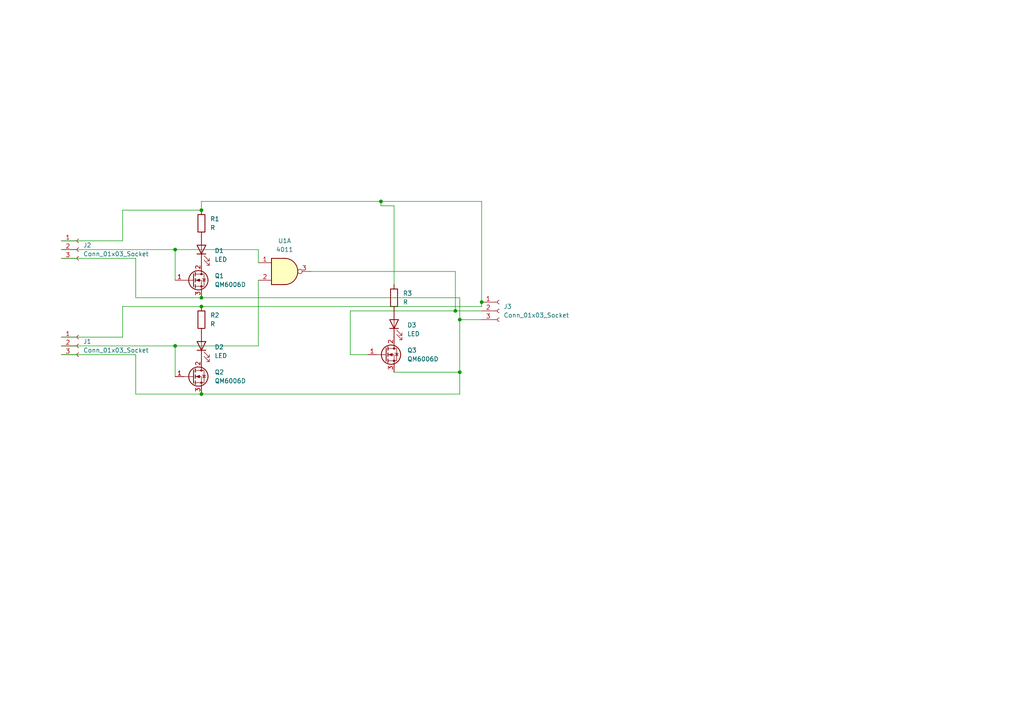
<source format=kicad_sch>
(kicad_sch (version 20250114) (generator "eeschema") (generator_version "9.0")
  (paper "A4")
  (lib_symbols
    (symbol "4xxx:4011" (pin_names (offset 1.016))
      (property "Reference" "U" (at 0 1.27 0))
      (property "Value" "4011" (at 0 -1.27 0))
      (symbol "4011_1_1"
        (arc (start 0 3.81) (mid 3.7934 0) (end 0 -3.81) (stroke (width 0.254)) (fill (type background)))
        (polyline (pts (xy 0 3.81) (xy -3.81 3.81) (xy -3.81 -3.81) (xy 0 -3.81)) (stroke (width 0.254)) (fill (type background)))
        (pin input line (at -7.62 2.54 0) (length 3.81) (name "~") (number "1"))
        (pin input line (at -7.62 -2.54 0) (length 3.81) (name "~") (number "2"))
        (pin output inverted (at 7.62 0 180) (length 3.81) (name "~") (number "3"))
      )
      (symbol "4011_1_2"
        (arc (start -3.81 3.81) (mid -2.589 0) (end -3.81 -3.81) (stroke (width 0.254)))
        (polyline (pts (xy -3.81 3.81) (xy -0.635 3.81)) (stroke (width 0.254)) (fill (type background)))
        (polyline (pts (xy -3.81 -3.81) (xy -0.635 -3.81)) (stroke (width 0.254)) (fill (type background)))
        (arc (start 3.81 0) (mid 2.1855 -2.584) (end -0.6096 -3.81) (stroke (width 0.254)) (fill (type background)))
        (arc (start -0.6096 3.81) (mid 2.1928 2.5924) (end 3.81 0) (stroke (width 0.254)) (fill (type background)))
        (polyline (pts (xy -0.635 3.81) (xy -3.81 3.81) (xy -3.81 3.81) (xy -3.556 3.4036) (xy -3.0226 2.2606) (xy -2.6924 1.0414) (xy -2.6162 -0.254) (xy -2.7686 -1.4986) (xy -3.175 -2.7178) (xy -3.81 -3.81) (xy -3.81 -3.81) (xy -0.635 -3.81)) (stroke (width -25.4)) (fill (type background)))
        (pin input inverted (at -7.62 2.54 0) (length 4.318) (name "~") (number "1"))
        (pin input inverted (at -7.62 -2.54 0) (length 4.318) (name "~") (number "2"))
        (pin output line (at 7.62 0 180) (length 3.81) (name "~") (number "3"))
      )
      (symbol "4011_2_1"
        (arc (start 0 3.81) (mid 3.7934 0) (end 0 -3.81) (stroke (width 0.254)) (fill (type background)))
        (polyline (pts (xy 0 3.81) (xy -3.81 3.81) (xy -3.81 -3.81) (xy 0 -3.81)) (stroke (width 0.254)) (fill (type background)))
        (pin input line (at -7.62 2.54 0) (length 3.81) (name "~") (number "5"))
        (pin input line (at -7.62 -2.54 0) (length 3.81) (name "~") (number "6"))
        (pin output inverted (at 7.62 0 180) (length 3.81) (name "~") (number "4"))
      )
      (symbol "4011_2_2"
        (arc (start -3.81 3.81) (mid -2.589 0) (end -3.81 -3.81) (stroke (width 0.254)))
        (polyline (pts (xy -3.81 3.81) (xy -0.635 3.81)) (stroke (width 0.254)) (fill (type background)))
        (polyline (pts (xy -3.81 -3.81) (xy -0.635 -3.81)) (stroke (width 0.254)) (fill (type background)))
        (arc (start 3.81 0) (mid 2.1855 -2.584) (end -0.6096 -3.81) (stroke (width 0.254)) (fill (type background)))
        (arc (start -0.6096 3.81) (mid 2.1928 2.5924) (end 3.81 0) (stroke (width 0.254)) (fill (type background)))
        (polyline (pts (xy -0.635 3.81) (xy -3.81 3.81) (xy -3.81 3.81) (xy -3.556 3.4036) (xy -3.0226 2.2606) (xy -2.6924 1.0414) (xy -2.6162 -0.254) (xy -2.7686 -1.4986) (xy -3.175 -2.7178) (xy -3.81 -3.81) (xy -3.81 -3.81) (xy -0.635 -3.81)) (stroke (width -25.4)) (fill (type background)))
        (pin input inverted (at -7.62 2.54 0) (length 4.318) (name "~") (number "5"))
        (pin input inverted (at -7.62 -2.54 0) (length 4.318) (name "~") (number "6"))
        (pin output line (at 7.62 0 180) (length 3.81) (name "~") (number "4"))
      )
      (symbol "4011_3_1"
        (arc (start 0 3.81) (mid 3.7934 0) (end 0 -3.81) (stroke (width 0.254)) (fill (type background)))
        (polyline (pts (xy 0 3.81) (xy -3.81 3.81) (xy -3.81 -3.81) (xy 0 -3.81)) (stroke (width 0.254)) (fill (type background)))
        (pin input line (at -7.62 2.54 0) (length 3.81) (name "~") (number "8"))
        (pin input line (at -7.62 -2.54 0) (length 3.81) (name "~") (number "9"))
        (pin output inverted (at 7.62 0 180) (length 3.81) (name "~") (number "10"))
      )
      (symbol "4011_3_2"
        (arc (start -3.81 3.81) (mid -2.589 0) (end -3.81 -3.81) (stroke (width 0.254)))
        (polyline (pts (xy -3.81 3.81) (xy -0.635 3.81)) (stroke (width 0.254)) (fill (type background)))
        (polyline (pts (xy -3.81 -3.81) (xy -0.635 -3.81)) (stroke (width 0.254)) (fill (type background)))
        (arc (start 3.81 0) (mid 2.1855 -2.584) (end -0.6096 -3.81) (stroke (width 0.254)) (fill (type background)))
        (arc (start -0.6096 3.81) (mid 2.1928 2.5924) (end 3.81 0) (stroke (width 0.254)) (fill (type background)))
        (polyline (pts (xy -0.635 3.81) (xy -3.81 3.81) (xy -3.81 3.81) (xy -3.556 3.4036) (xy -3.0226 2.2606) (xy -2.6924 1.0414) (xy -2.6162 -0.254) (xy -2.7686 -1.4986) (xy -3.175 -2.7178) (xy -3.81 -3.81) (xy -3.81 -3.81) (xy -0.635 -3.81)) (stroke (width -25.4)) (fill (type background)))
        (pin input inverted (at -7.62 2.54 0) (length 4.318) (name "~") (number "8"))
        (pin input inverted (at -7.62 -2.54 0) (length 4.318) (name "~") (number "9"))
        (pin output line (at 7.62 0 180) (length 3.81) (name "~") (number "10"))
      )
      (symbol "4011_4_1"
        (arc (start 0 3.81) (mid 3.7934 0) (end 0 -3.81) (stroke (width 0.254)) (fill (type background)))
        (polyline (pts (xy 0 3.81) (xy -3.81 3.81) (xy -3.81 -3.81) (xy 0 -3.81)) (stroke (width 0.254)) (fill (type background)))
        (pin input line (at -7.62 2.54 0) (length 3.81) (name "~") (number "12"))
        (pin input line (at -7.62 -2.54 0) (length 3.81) (name "~") (number "13"))
        (pin output inverted (at 7.62 0 180) (length 3.81) (name "~") (number "11"))
      )
      (symbol "4011_4_2"
        (arc (start -3.81 3.81) (mid -2.589 0) (end -3.81 -3.81) (stroke (width 0.254)))
        (polyline (pts (xy -3.81 3.81) (xy -0.635 3.81)) (stroke (width 0.254)) (fill (type background)))
        (polyline (pts (xy -3.81 -3.81) (xy -0.635 -3.81)) (stroke (width 0.254)) (fill (type background)))
        (arc (start 3.81 0) (mid 2.1855 -2.584) (end -0.6096 -3.81) (stroke (width 0.254)) (fill (type background)))
        (arc (start -0.6096 3.81) (mid 2.1928 2.5924) (end 3.81 0) (stroke (width 0.254)) (fill (type background)))
        (polyline (pts (xy -0.635 3.81) (xy -3.81 3.81) (xy -3.81 3.81) (xy -3.556 3.4036) (xy -3.0226 2.2606) (xy -2.6924 1.0414) (xy -2.6162 -0.254) (xy -2.7686 -1.4986) (xy -3.175 -2.7178) (xy -3.81 -3.81) (xy -3.81 -3.81) (xy -0.635 -3.81)) (stroke (width -25.4)) (fill (type background)))
        (pin input inverted (at -7.62 2.54 0) (length 4.318) (name "~") (number "12"))
        (pin input inverted (at -7.62 -2.54 0) (length 4.318) (name "~") (number "13"))
        (pin output line (at 7.62 0 180) (length 3.81) (name "~") (number "11"))
      )
      (symbol "4011_5_0"
        (pin power_in line (at 0 12.7 270) (length 5.08) (name "VDD") (number "14"))
        (pin power_in line (at 0 -12.7 90) (length 5.08) (name "VSS") (number "7"))
      )
      (symbol "4011_5_1"
        (rectangle (start -5.08 7.62) (end 5.08 -7.62) (stroke (width 0.254)) (fill (type background)))
      )
    )
    (symbol "Connector:Conn_01x03_Socket" (pin_names (offset 1.016) (hide yes))
      (property "Reference" "J" (at 0 5.08 0))
      (property "Value" "Conn_01x03_Socket" (at 0 -5.08 0))
      (symbol "Conn_01x03_Socket_1_1"
        (polyline (pts (xy -1.27 2.54) (xy -0.508 2.54)) (stroke (width 0.1524)))
        (polyline (pts (xy -1.27 0) (xy -0.508 0)) (stroke (width 0.1524)))
        (polyline (pts (xy -1.27 -2.54) (xy -0.508 -2.54)) (stroke (width 0.1524)))
        (arc (start 0 2.032) (mid -0.5058 2.54) (end 0 3.048) (stroke (width 0.1524)))
        (arc (start 0 -0.508) (mid -0.5058 0) (end 0 0.508) (stroke (width 0.1524)))
        (arc (start 0 -3.048) (mid -0.5058 -2.54) (end 0 -2.032) (stroke (width 0.1524)))
        (pin passive line (at -5.08 2.54 0) (length 3.81) (name "Pin_1") (number "1"))
        (pin passive line (at -5.08 0 0) (length 3.81) (name "Pin_2") (number "2"))
        (pin passive line (at -5.08 -2.54 0) (length 3.81) (name "Pin_3") (number "3"))
      )
    )
    (symbol "Device:LED" (pin_numbers (hide yes)) (pin_names (offset 1.016) (hide yes))
      (property "Reference" "D" (at 0 2.54 0))
      (property "Value" "LED" (at 0 -2.54 0))
      (symbol "LED_0_1"
        (polyline (pts (xy -3.048 -0.762) (xy -4.572 -2.286) (xy -3.81 -2.286) (xy -4.572 -2.286) (xy -4.572 -1.524)))
        (polyline (pts (xy -1.778 -0.762) (xy -3.302 -2.286) (xy -2.54 -2.286) (xy -3.302 -2.286) (xy -3.302 -1.524)))
        (polyline (pts (xy -1.27 0) (xy 1.27 0)))
        (polyline (pts (xy -1.27 -1.27) (xy -1.27 1.27)) (stroke (width 0.254)))
        (polyline (pts (xy 1.27 -1.27) (xy 1.27 1.27) (xy -1.27 0) (xy 1.27 -1.27)) (stroke (width 0.254)))
      )
      (symbol "LED_1_1"
        (pin passive line (at -3.81 0 0) (length 2.54) (name "K") (number "1"))
        (pin passive line (at 3.81 0 180) (length 2.54) (name "A") (number "2"))
      )
    )
    (symbol "Device:R" (pin_numbers (hide yes)) (pin_names (offset 0))
      (property "Reference" "R" (at 2.032 0 90))
      (property "Value" "R" (at 0 0 90))
      (symbol "R_0_1"
        (rectangle (start -1.016 -2.54) (end 1.016 2.54) (stroke (width 0.254)))
      )
      (symbol "R_1_1"
        (pin passive line (at 0 3.81 270) (length 1.27) (name "~") (number "1"))
        (pin passive line (at 0 -3.81 90) (length 1.27) (name "~") (number "2"))
      )
    )
    (symbol "Transistor_FET:QM6006D" (pin_names (hide yes))
      (property "Reference" "Q" (at 5.08 1.905 0))
      (property "Value" "QM6006D" (at 5.08 0 0))
      (symbol "QM6006D_0_1"
        (polyline (pts (xy 0.254 1.905) (xy 0.254 -1.905)) (stroke (width 0.254)))
        (polyline (pts (xy 0.254 0) (xy -2.54 0)))
        (polyline (pts (xy 0.762 2.286) (xy 0.762 1.27)) (stroke (width 0.254)))
        (polyline (pts (xy 0.762 0.508) (xy 0.762 -0.508)) (stroke (width 0.254)))
        (polyline (pts (xy 0.762 -1.27) (xy 0.762 -2.286)) (stroke (width 0.254)))
        (polyline (pts (xy 0.762 -1.778) (xy 3.302 -1.778) (xy 3.302 1.778) (xy 0.762 1.778)))
        (polyline (pts (xy 1.016 0) (xy 2.032 0.381) (xy 2.032 -0.381) (xy 1.016 0)) (fill (type outline)))
        (circle (center 1.651 0) (radius 2.794) (stroke (width 0.254)))
        (polyline (pts (xy 2.54 2.54) (xy 2.54 1.778)))
        (circle (center 2.54 1.778) (radius 0.254) (fill (type outline)))
        (circle (center 2.54 -1.778) (radius 0.254) (fill (type outline)))
        (polyline (pts (xy 2.54 -2.54) (xy 2.54 0) (xy 0.762 0)))
        (polyline (pts (xy 2.794 0.508) (xy 2.921 0.381) (xy 3.683 0.381) (xy 3.81 0.254)))
        (polyline (pts (xy 3.302 0.381) (xy 2.921 -0.254) (xy 3.683 -0.254) (xy 3.302 0.381)))
      )
      (symbol "QM6006D_1_1"
        (pin input line (at -5.08 0 0) (length 2.54) (name "G") (number "1"))
        (pin passive line (at 2.54 5.08 270) (length 2.54) (name "D") (number "2"))
        (pin passive line (at 2.54 -5.08 90) (length 2.54) (name "S") (number "3"))
      )
    )
  )
  (junction (at 58.42 114.3))
  (junction (at 110.49 58.42))
  (junction (at 133.35 92.71))
  (junction (at 132.08 90.17))
  (junction (at 58.42 60.96))
  (junction (at 58.42 86.36))
  (junction (at 139.7 87.63))
  (junction (at 133.35 107.95))
  (junction (at 50.8 100.33))
  (junction (at 50.8 72.39))
  (junction (at 58.42 88.9))
  (wire (pts (xy 114.3 82.55) (xy 114.3 59.69)))
  (wire (pts (xy 58.42 86.36) (xy 133.35 86.36)))
  (wire (pts (xy 101.6 90.17) (xy 132.08 90.17)))
  (wire (pts (xy 35.56 60.96) (xy 35.56 69.85)))
  (wire (pts (xy 39.37 74.93) (xy 39.37 86.36)))
  (wire (pts (xy 17.78 102.87) (xy 39.37 102.87)))
  (wire (pts (xy 39.37 102.87) (xy 39.37 114.3)))
  (wire (pts (xy 39.37 114.3) (xy 58.42 114.3)))
  (wire (pts (xy 17.78 97.79) (xy 35.56 97.79)))
  (wire (pts (xy 58.42 60.96) (xy 35.56 60.96)))
  (wire (pts (xy 17.78 100.33) (xy 50.8 100.33)))
  (wire (pts (xy 139.7 90.17) (xy 132.08 90.17)))
  (wire (pts (xy 58.42 88.9) (xy 35.56 88.9)))
  (wire (pts (xy 110.49 58.42) (xy 58.42 58.42)))
  (wire (pts (xy 90.17 78.74) (xy 132.08 78.74)))
  (wire (pts (xy 17.78 74.93) (xy 39.37 74.93)))
  (wire (pts (xy 74.93 81.28) (xy 74.93 100.33)))
  (wire (pts (xy 110.49 59.69) (xy 110.49 58.42)))
  (wire (pts (xy 133.35 107.95) (xy 133.35 114.3)))
  (wire (pts (xy 133.35 114.3) (xy 58.42 114.3)))
  (wire (pts (xy 114.3 107.95) (xy 133.35 107.95)))
  (wire (pts (xy 74.93 100.33) (xy 50.8 100.33)))
  (wire (pts (xy 133.35 92.71) (xy 133.35 107.95)))
  (wire (pts (xy 139.7 58.42) (xy 139.7 87.63)))
  (wire (pts (xy 114.3 59.69) (xy 110.49 59.69)))
  (wire (pts (xy 39.37 86.36) (xy 58.42 86.36)))
  (wire (pts (xy 50.8 100.33) (xy 50.8 109.22)))
  (wire (pts (xy 17.78 69.85) (xy 35.56 69.85)))
  (wire (pts (xy 50.8 72.39) (xy 50.8 81.28)))
  (wire (pts (xy 101.6 102.87) (xy 101.6 90.17)))
  (wire (pts (xy 17.78 72.39) (xy 50.8 72.39)))
  (wire (pts (xy 58.42 58.42) (xy 58.42 60.96)))
  (wire (pts (xy 101.6 102.87) (xy 106.68 102.87)))
  (wire (pts (xy 110.49 58.42) (xy 139.7 58.42)))
  (wire (pts (xy 74.93 76.2) (xy 74.93 72.39)))
  (wire (pts (xy 58.42 88.9) (xy 139.7 88.9)))
  (wire (pts (xy 139.7 88.9) (xy 139.7 87.63)))
  (wire (pts (xy 74.93 72.39) (xy 50.8 72.39)))
  (wire (pts (xy 132.08 90.17) (xy 132.08 78.74)))
  (wire (pts (xy 139.7 92.71) (xy 133.35 92.71)))
  (wire (pts (xy 133.35 86.36) (xy 133.35 92.71)))
  (wire (pts (xy 35.56 88.9) (xy 35.56 97.79)))
  (symbol (lib_id "4xxx:4011") (at 82.55 78.74 0) (unit 1)
    (property "Reference" "U1" (at 82.5417 69.85 0))
    (property "Value" "4011" (at 82.5417 72.39 0))
    (property "Datasheet" "http://www.intersil.com/content/dam/Intersil/documents/cd40/cd4011bms-12bms-23bms.pdf" (effects (hide yes)))
    (property "Description" "Quad Nand 2 inputs" (effects (hide yes)))
  )
  (symbol (lib_id "Connector:Conn_01x03_Socket") (at 144.78 90.17 0) (unit 1)
    (property "Reference" "J3" (at 146.05 88.8999 0) (effects (justify left)))
    (property "Value" "Conn_01x03_Socket" (at 146.05 91.4399 0) (effects (justify left)))
    (property "Footprint" "Connector_PinSocket_2.54mm:PinSocket_1x03_P2.54mm_Horizontal" (effects (hide yes)))
    (property "Description" "Generic connector, single row, 01x03, script generated" (effects (hide yes)))
  )
  (symbol (lib_id "Transistor_FET:QM6006D") (at 111.76 102.87 0) (unit 1)
    (property "Reference" "Q3" (at 118.11 101.5999 0) (effects (justify left)))
    (property "Value" "QM6006D" (at 118.11 104.1399 0) (effects (justify left)))
    (property "Footprint" "Package_TO_SOT_SMD:TO-252-2" (effects (hide yes)))
    (property "Datasheet" "http://www.jaolen.com/images/pdf/QM6006D.pdf" (effects (hide yes)))
    (property "Description" "35A Id, 60V Vds, N-Channel Power MOSFET, 18mOhm Ron, 19.3nC Qg (typ), TO252" (effects (hide yes)))
  )
  (symbol (lib_id "Transistor_FET:QM6006D") (at 55.88 81.28 0) (unit 1)
    (property "Reference" "Q1" (at 62.23 80.0099 0) (effects (justify left)))
    (property "Value" "QM6006D" (at 62.23 82.5499 0) (effects (justify left)))
    (property "Footprint" "Package_TO_SOT_SMD:TO-252-2" (effects (hide yes)))
    (property "Datasheet" "http://www.jaolen.com/images/pdf/QM6006D.pdf" (effects (hide yes)))
    (property "Description" "35A Id, 60V Vds, N-Channel Power MOSFET, 18mOhm Ron, 19.3nC Qg (typ), TO252" (effects (hide yes)))
  )
  (symbol (lib_id "Transistor_FET:QM6006D") (at 55.88 109.22 0) (unit 1)
    (property "Reference" "Q2" (at 62.23 107.9499 0) (effects (justify left)))
    (property "Value" "QM6006D" (at 62.23 110.4899 0) (effects (justify left)))
    (property "Footprint" "Package_TO_SOT_SMD:TO-252-2" (effects (hide yes)))
    (property "Datasheet" "http://www.jaolen.com/images/pdf/QM6006D.pdf" (effects (hide yes)))
    (property "Description" "35A Id, 60V Vds, N-Channel Power MOSFET, 18mOhm Ron, 19.3nC Qg (typ), TO252" (effects (hide yes)))
  )
  (symbol (lib_id "Device:R") (at 58.42 92.71 0) (unit 1)
    (property "Reference" "R2" (at 60.96 91.4399 0) (effects (justify left)))
    (property "Value" "R" (at 60.96 93.9799 0) (effects (justify left)))
    (property "Footprint" "Resistor_SMD:R_1206_3216Metric" (effects (hide yes)))
    (property "Description" "Resistor" (effects (hide yes)))
  )
  (symbol (lib_id "Connector:Conn_01x03_Socket") (at 22.86 72.39 0) (unit 1)
    (property "Reference" "J2" (at 24.13 71.1199 0) (effects (justify left)))
    (property "Value" "Conn_01x03_Socket" (at 24.13 73.6599 0) (effects (justify left)))
    (property "Footprint" "Connector_PinSocket_2.54mm:PinSocket_1x03_P2.54mm_Horizontal" (effects (hide yes)))
    (property "Description" "Generic connector, single row, 01x03, script generated" (effects (hide yes)))
  )
  (symbol (lib_id "Device:LED") (at 58.42 100.33 90) (unit 1)
    (property "Reference" "D2" (at 62.23 100.6474 90) (effects (justify right)))
    (property "Value" "LED" (at 62.23 103.1874 90) (effects (justify right)))
    (property "Footprint" "LED_SMD:LED_1206_3216Metric" (effects (hide yes)))
    (property "Description" "Light emitting diode" (effects (hide yes)))
    (property "Sim.Pins" "1=K 2=A" (effects (hide yes)))
  )
  (symbol (lib_id "Device:LED") (at 114.3 93.98 90) (unit 1)
    (property "Reference" "D3" (at 118.11 94.2974 90) (effects (justify right)))
    (property "Value" "LED" (at 118.11 96.8374 90) (effects (justify right)))
    (property "Footprint" "LED_SMD:LED_1206_3216Metric" (effects (hide yes)))
    (property "Description" "Light emitting diode" (effects (hide yes)))
    (property "Sim.Pins" "1=K 2=A" (effects (hide yes)))
  )
  (symbol (lib_id "Device:R") (at 58.42 64.77 0) (unit 1)
    (property "Reference" "R1" (at 60.96 63.4999 0) (effects (justify left)))
    (property "Value" "R" (at 60.96 66.0399 0) (effects (justify left)))
    (property "Footprint" "Resistor_SMD:R_1206_3216Metric" (effects (hide yes)))
    (property "Description" "Resistor" (effects (hide yes)))
  )
  (symbol (lib_id "Device:LED") (at 58.42 72.39 90) (unit 1)
    (property "Reference" "D1" (at 62.23 72.7074 90) (effects (justify right)))
    (property "Value" "LED" (at 62.23 75.2474 90) (effects (justify right)))
    (property "Footprint" "LED_SMD:LED_1206_3216Metric" (effects (hide yes)))
    (property "Description" "Light emitting diode" (effects (hide yes)))
    (property "Sim.Pins" "1=K 2=A" (effects (hide yes)))
  )
  (symbol (lib_id "Connector:Conn_01x03_Socket") (at 22.86 100.33 0) (unit 1)
    (property "Reference" "J1" (at 24.13 99.0599 0) (effects (justify left)))
    (property "Value" "Conn_01x03_Socket" (at 24.13 101.5999 0) (effects (justify left)))
    (property "Footprint" "Connector_PinSocket_2.54mm:PinSocket_1x03_P2.54mm_Horizontal" (effects (hide yes)))
    (property "Description" "Generic connector, single row, 01x03, script generated" (effects (hide yes)))
  )
  (symbol (lib_id "Device:R") (at 114.3 86.36 0) (unit 1)
    (property "Reference" "R3" (at 116.84 85.0899 0) (effects (justify left)))
    (property "Value" "R" (at 116.84 87.6299 0) (effects (justify left)))
    (property "Footprint" "Resistor_SMD:R_1206_3216Metric" (effects (hide yes)))
    (property "Description" "Resistor" (effects (hide yes)))
  )
)
</source>
